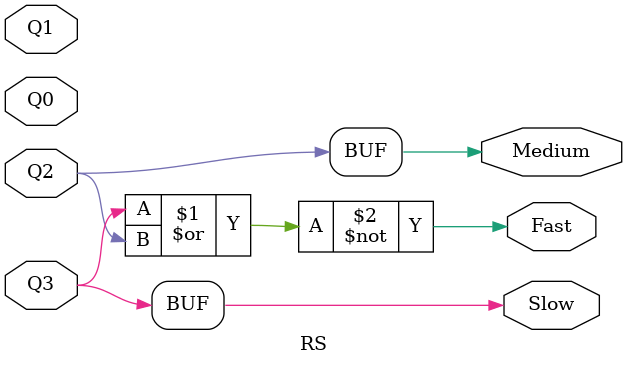
<source format=v>
`timescale 1ns / 1ps
module RS(input Q3,Q2,Q1,Q0, output Fast, Medium, Slow);
assign Slow = Q3;
assign Medium = Q2;
assign Fast = ~(Slow | Medium);
endmodule
</source>
